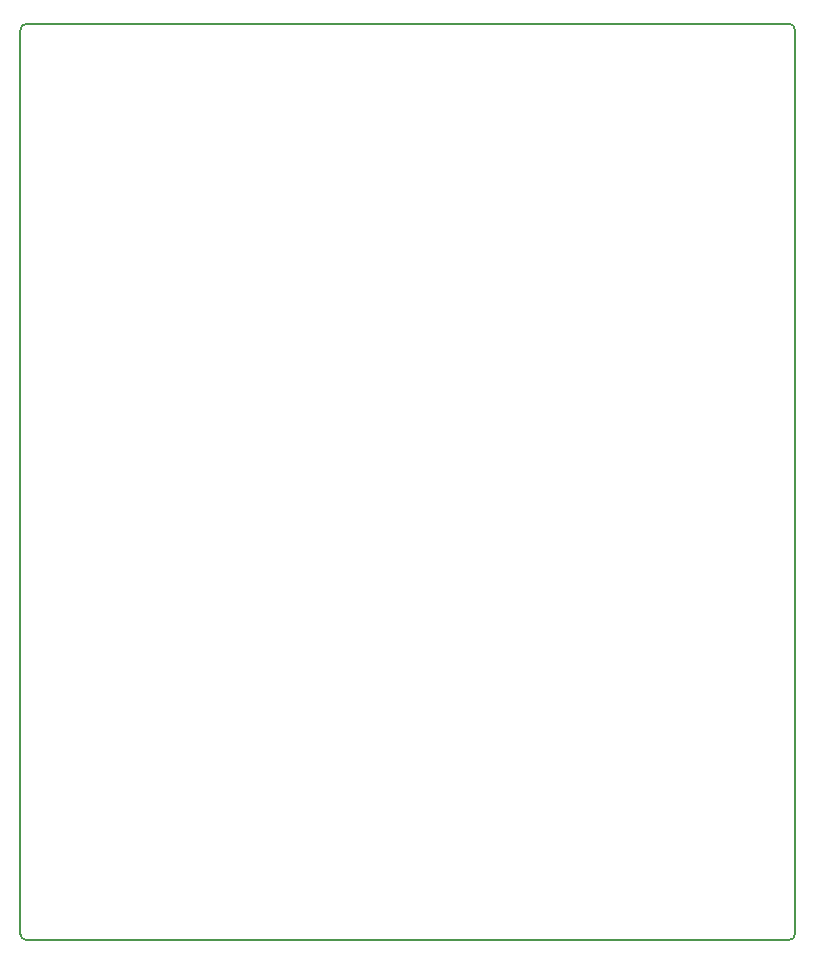
<source format=gm1>
G04 #@! TF.FileFunction,Profile,NP*
%FSLAX46Y46*%
G04 Gerber Fmt 4.6, Leading zero omitted, Abs format (unit mm)*
G04 Created by KiCad (PCBNEW 4.0.7-e2-6376~58~ubuntu16.04.1) date Sun Dec 16 12:58:54 2018*
%MOMM*%
%LPD*%
G01*
G04 APERTURE LIST*
%ADD10C,0.100000*%
%ADD11C,0.150000*%
G04 APERTURE END LIST*
D10*
D11*
X60600000Y2450000D02*
G75*
G03X60050000Y3000000I-550000J0D01*
G01*
X60050000Y-74600000D02*
G75*
G03X60600000Y-74050000I0J550000D01*
G01*
X-5000000Y-74050000D02*
G75*
G03X-4450000Y-74600000I550000J0D01*
G01*
X-4450000Y3000000D02*
G75*
G03X-5000000Y2450000I0J-550000D01*
G01*
X-5000000Y-74050000D02*
X-5000000Y2450000D01*
X60050000Y-74600000D02*
X-4445000Y-74600000D01*
X60600000Y2450000D02*
X60600000Y-74050000D01*
X-4450000Y3000000D02*
X60050000Y3000000D01*
M02*

</source>
